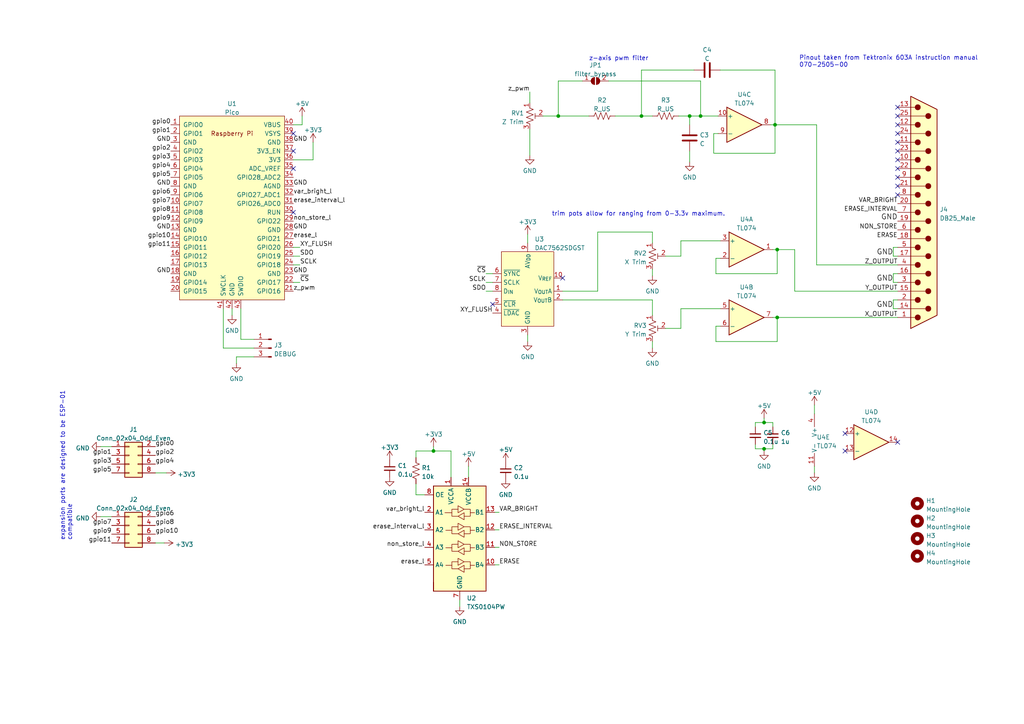
<source format=kicad_sch>
(kicad_sch (version 20211123) (generator eeschema)
  (paper "A4")
  (lib_symbols
    (symbol "Amplifier_Operational:TL074" (pin_names (offset 0.127))
      (property "Reference" "U" (at 0 5.08 0))
      (property "Value" "TL074" (at 0 -5.08 0))
      (symbol "TL074_1_1"
        (polyline (pts (xy -5.08 5.08) (xy 5.08 0) (xy -5.08 -5.08) (xy -5.08 5.08)) (stroke (width 0.254)) (fill (type background)))
        (pin output line (at 7.62 0 180) (length 2.54) (name "~") (number "1"))
        (pin input line (at -7.62 -2.54 0) (length 2.54) (name "-") (number "2"))
        (pin input line (at -7.62 2.54 0) (length 2.54) (name "+") (number "3"))
      )
      (symbol "TL074_2_1"
        (polyline (pts (xy -5.08 5.08) (xy 5.08 0) (xy -5.08 -5.08) (xy -5.08 5.08)) (stroke (width 0.254)) (fill (type background)))
        (pin input line (at -7.62 2.54 0) (length 2.54) (name "+") (number "5"))
        (pin input line (at -7.62 -2.54 0) (length 2.54) (name "-") (number "6"))
        (pin output line (at 7.62 0 180) (length 2.54) (name "~") (number "7"))
      )
      (symbol "TL074_3_1"
        (polyline (pts (xy -5.08 5.08) (xy 5.08 0) (xy -5.08 -5.08) (xy -5.08 5.08)) (stroke (width 0.254)) (fill (type background)))
        (pin input line (at -7.62 2.54 0) (length 2.54) (name "+") (number "10"))
        (pin output line (at 7.62 0 180) (length 2.54) (name "~") (number "8"))
        (pin input line (at -7.62 -2.54 0) (length 2.54) (name "-") (number "9"))
      )
      (symbol "TL074_4_1"
        (polyline (pts (xy -5.08 5.08) (xy 5.08 0) (xy -5.08 -5.08) (xy -5.08 5.08)) (stroke (width 0.254)) (fill (type background)))
        (pin input line (at -7.62 2.54 0) (length 2.54) (name "+") (number "12"))
        (pin input line (at -7.62 -2.54 0) (length 2.54) (name "-") (number "13"))
        (pin output line (at 7.62 0 180) (length 2.54) (name "~") (number "14"))
      )
      (symbol "TL074_5_1"
        (pin power_in line (at -2.54 -7.62 90) (length 3.81) (name "V-") (number "11"))
        (pin power_in line (at -2.54 7.62 270) (length 3.81) (name "V+") (number "4"))
      )
    )
    (symbol "Connector:Conn_01x03_Male" (pin_names (offset 1.016) hide)
      (property "Reference" "J" (at 0 5.08 0))
      (property "Value" "Conn_01x03_Male" (at 0 -5.08 0))
      (symbol "Conn_01x03_Male_1_1"
        (polyline (pts (xy 1.27 -2.54) (xy 0.8636 -2.54)) (stroke (width 0.1524)))
        (polyline (pts (xy 1.27 0) (xy 0.8636 0)) (stroke (width 0.1524)))
        (polyline (pts (xy 1.27 2.54) (xy 0.8636 2.54)) (stroke (width 0.1524)))
        (rectangle (start 0.8636 -2.413) (end 0 -2.667) (stroke (width 0.1524)) (fill (type outline)))
        (rectangle (start 0.8636 0.127) (end 0 -0.127) (stroke (width 0.1524)) (fill (type outline)))
        (rectangle (start 0.8636 2.667) (end 0 2.413) (stroke (width 0.1524)) (fill (type outline)))
        (pin passive line (at 5.08 2.54 180) (length 3.81) (name "Pin_1") (number "1"))
        (pin passive line (at 5.08 0 180) (length 3.81) (name "Pin_2") (number "2"))
        (pin passive line (at 5.08 -2.54 180) (length 3.81) (name "Pin_3") (number "3"))
      )
    )
    (symbol "Connector:DB25_Male" (pin_names (offset 1.016) hide)
      (property "Reference" "J" (at 0 34.29 0))
      (property "Value" "DB25_Male" (at 0 -34.925 0))
      (symbol "DB25_Male_0_1"
        (circle (center -1.778 -30.48) (radius 0.762) (fill (type outline)))
        (circle (center -1.778 -25.4) (radius 0.762) (fill (type outline)))
        (circle (center -1.778 -20.32) (radius 0.762) (fill (type outline)))
        (circle (center -1.778 -15.24) (radius 0.762) (fill (type outline)))
        (circle (center -1.778 -10.16) (radius 0.762) (fill (type outline)))
        (circle (center -1.778 -5.08) (radius 0.762) (fill (type outline)))
        (circle (center -1.778 0) (radius 0.762) (fill (type outline)))
        (circle (center -1.778 5.08) (radius 0.762) (fill (type outline)))
        (circle (center -1.778 10.16) (radius 0.762) (fill (type outline)))
        (circle (center -1.778 15.24) (radius 0.762) (fill (type outline)))
        (circle (center -1.778 20.32) (radius 0.762) (fill (type outline)))
        (circle (center -1.778 25.4) (radius 0.762) (fill (type outline)))
        (circle (center -1.778 30.48) (radius 0.762) (fill (type outline)))
        (polyline (pts (xy -3.81 -30.48) (xy -2.54 -30.48)))
        (polyline (pts (xy -3.81 -27.94) (xy 0.508 -27.94)))
        (polyline (pts (xy -3.81 -25.4) (xy -2.54 -25.4)))
        (polyline (pts (xy -3.81 -22.86) (xy 0.508 -22.86)))
        (polyline (pts (xy -3.81 -20.32) (xy -2.54 -20.32)))
        (polyline (pts (xy -3.81 -17.78) (xy 0.508 -17.78)))
        (polyline (pts (xy -3.81 -15.24) (xy -2.54 -15.24)))
        (polyline (pts (xy -3.81 -12.7) (xy 0.508 -12.7)))
        (polyline (pts (xy -3.81 -10.16) (xy -2.54 -10.16)))
        (polyline (pts (xy -3.81 -7.62) (xy 0.508 -7.62)))
        (polyline (pts (xy -3.81 -5.08) (xy -2.54 -5.08)))
        (polyline (pts (xy -3.81 -2.54) (xy 0.508 -2.54)))
        (polyline (pts (xy -3.81 0) (xy -2.54 0)))
        (polyline (pts (xy -3.81 2.54) (xy 0.508 2.54)))
        (polyline (pts (xy -3.81 5.08) (xy -2.54 5.08)))
        (polyline (pts (xy -3.81 7.62) (xy 0.508 7.62)))
        (polyline (pts (xy -3.81 10.16) (xy -2.54 10.16)))
        (polyline (pts (xy -3.81 12.7) (xy 0.508 12.7)))
        (polyline (pts (xy -3.81 15.24) (xy -2.54 15.24)))
        (polyline (pts (xy -3.81 17.78) (xy 0.508 17.78)))
        (polyline (pts (xy -3.81 20.32) (xy -2.54 20.32)))
        (polyline (pts (xy -3.81 22.86) (xy 0.508 22.86)))
        (polyline (pts (xy -3.81 25.4) (xy -2.54 25.4)))
        (polyline (pts (xy -3.81 27.94) (xy 0.508 27.94)))
        (polyline (pts (xy -3.81 30.48) (xy -2.54 30.48)))
        (polyline (pts (xy -3.81 -33.655) (xy 3.81 -29.845) (xy 3.81 29.845) (xy -3.81 33.655) (xy -3.81 -33.655)) (stroke (width 0.254)) (fill (type background)))
        (circle (center 1.27 -27.94) (radius 0.762) (fill (type outline)))
        (circle (center 1.27 -22.86) (radius 0.762) (fill (type outline)))
        (circle (center 1.27 -17.78) (radius 0.762) (fill (type outline)))
        (circle (center 1.27 -12.7) (radius 0.762) (fill (type outline)))
        (circle (center 1.27 -7.62) (radius 0.762) (fill (type outline)))
        (circle (center 1.27 -2.54) (radius 0.762) (fill (type outline)))
        (circle (center 1.27 2.54) (radius 0.762) (fill (type outline)))
        (circle (center 1.27 7.62) (radius 0.762) (fill (type outline)))
        (circle (center 1.27 12.7) (radius 0.762) (fill (type outline)))
        (circle (center 1.27 17.78) (radius 0.762) (fill (type outline)))
        (circle (center 1.27 22.86) (radius 0.762) (fill (type outline)))
        (circle (center 1.27 27.94) (radius 0.762) (fill (type outline)))
      )
      (symbol "DB25_Male_1_1"
        (pin passive line (at -7.62 -30.48 0) (length 3.81) (name "1") (number "1"))
        (pin passive line (at -7.62 15.24 0) (length 3.81) (name "10") (number "10"))
        (pin passive line (at -7.62 20.32 0) (length 3.81) (name "11") (number "11"))
        (pin passive line (at -7.62 25.4 0) (length 3.81) (name "12") (number "12"))
        (pin passive line (at -7.62 30.48 0) (length 3.81) (name "13") (number "13"))
        (pin passive line (at -7.62 -27.94 0) (length 3.81) (name "P14") (number "14"))
        (pin passive line (at -7.62 -22.86 0) (length 3.81) (name "P15") (number "15"))
        (pin passive line (at -7.62 -17.78 0) (length 3.81) (name "P16") (number "16"))
        (pin passive line (at -7.62 -12.7 0) (length 3.81) (name "P17") (number "17"))
        (pin passive line (at -7.62 -7.62 0) (length 3.81) (name "P18") (number "18"))
        (pin passive line (at -7.62 -2.54 0) (length 3.81) (name "P19") (number "19"))
        (pin passive line (at -7.62 -25.4 0) (length 3.81) (name "2") (number "2"))
        (pin passive line (at -7.62 2.54 0) (length 3.81) (name "P20") (number "20"))
        (pin passive line (at -7.62 7.62 0) (length 3.81) (name "P21") (number "21"))
        (pin passive line (at -7.62 12.7 0) (length 3.81) (name "P22") (number "22"))
        (pin passive line (at -7.62 17.78 0) (length 3.81) (name "P23") (number "23"))
        (pin passive line (at -7.62 22.86 0) (length 3.81) (name "P24") (number "24"))
        (pin passive line (at -7.62 27.94 0) (length 3.81) (name "P25") (number "25"))
        (pin passive line (at -7.62 -20.32 0) (length 3.81) (name "3") (number "3"))
        (pin passive line (at -7.62 -15.24 0) (length 3.81) (name "4") (number "4"))
        (pin passive line (at -7.62 -10.16 0) (length 3.81) (name "5") (number "5"))
        (pin passive line (at -7.62 -5.08 0) (length 3.81) (name "6") (number "6"))
        (pin passive line (at -7.62 0 0) (length 3.81) (name "7") (number "7"))
        (pin passive line (at -7.62 5.08 0) (length 3.81) (name "8") (number "8"))
        (pin passive line (at -7.62 10.16 0) (length 3.81) (name "9") (number "9"))
      )
    )
    (symbol "Connector_Generic:Conn_02x04_Odd_Even" (pin_names (offset 1.016) hide)
      (property "Reference" "J" (at 1.27 5.08 0))
      (property "Value" "Conn_02x04_Odd_Even" (at 1.27 -7.62 0))
      (symbol "Conn_02x04_Odd_Even_1_1"
        (rectangle (start -1.27 -4.953) (end 0 -5.207) (stroke (width 0.1524)))
        (rectangle (start -1.27 -2.413) (end 0 -2.667) (stroke (width 0.1524)))
        (rectangle (start -1.27 0.127) (end 0 -0.127) (stroke (width 0.1524)))
        (rectangle (start -1.27 2.667) (end 0 2.413) (stroke (width 0.1524)))
        (rectangle (start -1.27 3.81) (end 3.81 -6.35) (stroke (width 0.254)) (fill (type background)))
        (rectangle (start 3.81 -4.953) (end 2.54 -5.207) (stroke (width 0.1524)))
        (rectangle (start 3.81 -2.413) (end 2.54 -2.667) (stroke (width 0.1524)))
        (rectangle (start 3.81 0.127) (end 2.54 -0.127) (stroke (width 0.1524)))
        (rectangle (start 3.81 2.667) (end 2.54 2.413) (stroke (width 0.1524)))
        (pin passive line (at -5.08 2.54 0) (length 3.81) (name "Pin_1") (number "1"))
        (pin passive line (at 7.62 2.54 180) (length 3.81) (name "Pin_2") (number "2"))
        (pin passive line (at -5.08 0 0) (length 3.81) (name "Pin_3") (number "3"))
        (pin passive line (at 7.62 0 180) (length 3.81) (name "Pin_4") (number "4"))
        (pin passive line (at -5.08 -2.54 0) (length 3.81) (name "Pin_5") (number "5"))
        (pin passive line (at 7.62 -2.54 180) (length 3.81) (name "Pin_6") (number "6"))
        (pin passive line (at -5.08 -5.08 0) (length 3.81) (name "Pin_7") (number "7"))
        (pin passive line (at 7.62 -5.08 180) (length 3.81) (name "Pin_8") (number "8"))
      )
    )
    (symbol "Device:C" (pin_numbers hide) (pin_names (offset 0.254))
      (property "Reference" "C" (at 0.635 2.54 0))
      (property "Value" "C" (at 0.635 -2.54 0))
      (symbol "C_0_1"
        (polyline (pts (xy -2.032 -0.762) (xy 2.032 -0.762)) (stroke (width 0.508)))
        (polyline (pts (xy -2.032 0.762) (xy 2.032 0.762)) (stroke (width 0.508)))
      )
      (symbol "C_1_1"
        (pin passive line (at 0 3.81 270) (length 2.794) (name "~") (number "1"))
        (pin passive line (at 0 -3.81 90) (length 2.794) (name "~") (number "2"))
      )
    )
    (symbol "Device:C_Small" (pin_numbers hide) (pin_names (offset 0.254) hide)
      (property "Reference" "C" (at 0.254 1.778 0))
      (property "Value" "C_Small" (at 0.254 -2.032 0))
      (symbol "C_Small_0_1"
        (polyline (pts (xy -1.524 -0.508) (xy 1.524 -0.508)) (stroke (width 0.3302)))
        (polyline (pts (xy -1.524 0.508) (xy 1.524 0.508)) (stroke (width 0.3048)))
      )
      (symbol "C_Small_1_1"
        (pin passive line (at 0 2.54 270) (length 2.032) (name "~") (number "1"))
        (pin passive line (at 0 -2.54 90) (length 2.032) (name "~") (number "2"))
      )
    )
    (symbol "Device:R_Potentiometer_Trim_US" (pin_names (offset 1.016) hide)
      (property "Reference" "RV" (at -4.445 0 90))
      (property "Value" "R_Potentiometer_Trim_US" (at -2.54 0 90))
      (symbol "R_Potentiometer_Trim_US_0_1"
        (polyline (pts (xy 0 -2.286) (xy 0 -2.54)))
        (polyline (pts (xy 0 2.286) (xy 0 2.54)))
        (polyline (pts (xy 1.524 0.762) (xy 1.524 -0.762)))
        (polyline (pts (xy 2.54 0) (xy 1.524 0)))
        (polyline (pts (xy 0 -0.762) (xy 1.016 -1.143) (xy 0 -1.524) (xy -1.016 -1.905) (xy 0 -2.286)))
        (polyline (pts (xy 0 0.762) (xy 1.016 0.381) (xy 0 0) (xy -1.016 -0.381) (xy 0 -0.762)))
        (polyline (pts (xy 0 2.286) (xy 1.016 1.905) (xy 0 1.524) (xy -1.016 1.143) (xy 0 0.762)))
      )
      (symbol "R_Potentiometer_Trim_US_1_1"
        (pin passive line (at 0 3.81 270) (length 1.27) (name "1") (number "1"))
        (pin passive line (at 3.81 0 180) (length 1.27) (name "2") (number "2"))
        (pin passive line (at 0 -3.81 90) (length 1.27) (name "3") (number "3"))
      )
    )
    (symbol "Device:R_US" (pin_numbers hide) (pin_names (offset 0))
      (property "Reference" "R" (at 2.54 0 90))
      (property "Value" "R_US" (at -2.54 0 90))
      (symbol "R_US_0_1"
        (polyline (pts (xy 0 -2.286) (xy 0 -2.54)))
        (polyline (pts (xy 0 2.286) (xy 0 2.54)))
        (polyline (pts (xy 0 -0.762) (xy 1.016 -1.143) (xy 0 -1.524) (xy -1.016 -1.905) (xy 0 -2.286)))
        (polyline (pts (xy 0 0.762) (xy 1.016 0.381) (xy 0 0) (xy -1.016 -0.381) (xy 0 -0.762)))
        (polyline (pts (xy 0 2.286) (xy 1.016 1.905) (xy 0 1.524) (xy -1.016 1.143) (xy 0 0.762)))
      )
      (symbol "R_US_1_1"
        (pin passive line (at 0 3.81 270) (length 1.27) (name "~") (number "1"))
        (pin passive line (at 0 -3.81 90) (length 1.27) (name "~") (number "2"))
      )
    )
    (symbol "Jumper:SolderJumper_2_Open" (pin_names (offset 0) hide)
      (property "Reference" "JP" (at 0 2.032 0))
      (property "Value" "SolderJumper_2_Open" (at 0 -2.54 0))
      (symbol "SolderJumper_2_Open_0_1"
        (arc (start -0.254 1.016) (mid -1.27 0) (end -0.254 -1.016))
        (arc (start -0.254 1.016) (mid -1.27 0) (end -0.254 -1.016) (fill (type outline)))
        (polyline (pts (xy -0.254 1.016) (xy -0.254 -1.016)))
        (polyline (pts (xy 0.254 1.016) (xy 0.254 -1.016)))
        (arc (start 0.254 -1.016) (mid 1.27 0) (end 0.254 1.016))
        (arc (start 0.254 -1.016) (mid 1.27 0) (end 0.254 1.016) (fill (type outline)))
      )
      (symbol "SolderJumper_2_Open_1_1"
        (pin passive line (at -3.81 0 0) (length 2.54) (name "A") (number "1"))
        (pin passive line (at 3.81 0 180) (length 2.54) (name "B") (number "2"))
      )
    )
    (symbol "Mechanical:MountingHole" (pin_names (offset 1.016))
      (property "Reference" "H" (at 0 5.08 0))
      (property "Value" "MountingHole" (at 0 3.175 0))
      (symbol "MountingHole_0_1"
        (circle (center 0 0) (radius 1.27) (stroke (width 1.27)))
      )
    )
    (symbol "picotronix:DAC7562SDGST"
      (property "Reference" "U" (at 6.35 -12.7 0))
      (property "Value" "DAC7562SDGST" (at 8.89 11.43 0))
      (symbol "DAC7562SDGST_0_1"
        (rectangle (start -7.62 10.16) (end 7.62 -11.43) (stroke (width 0.1524)) (fill (type background)))
      )
      (symbol "DAC7562SDGST_1_1"
        (pin output line (at 10.16 -1.27 180) (length 2.54) (name "V_{OUT}A") (number "1"))
        (pin bidirectional line (at 10.16 2.54 180) (length 2.54) (name "V_{REF}") (number "10"))
        (pin output line (at 10.16 -3.81 180) (length 2.54) (name "V_{OUT}B") (number "2"))
        (pin power_in line (at 0 -13.97 90) (length 2.54) (name "GND") (number "3"))
        (pin input line (at -10.16 -7.62 0) (length 2.54) (name "~{LDAC}") (number "4"))
        (pin input line (at -10.16 -5.08 0) (length 2.54) (name "~{CLR}") (number "5"))
        (pin input line (at -10.16 3.81 0) (length 2.54) (name "~{SYNC}") (number "6"))
        (pin input line (at -10.16 1.27 0) (length 2.54) (name "SCLK") (number "7"))
        (pin input line (at -10.16 -1.27 0) (length 2.54) (name "D_{IN}") (number "8"))
        (pin power_in line (at 0 12.7 270) (length 2.54) (name "AV_{DD}") (number "9"))
      )
    )
    (symbol "picotronix:Pico" (pin_names (offset 1.016))
      (property "Reference" "U" (at -13.97 27.94 0))
      (property "Value" "Pico" (at 0 19.05 0))
      (symbol "Pico_0_0"
        (text "Raspberry Pi" (at 0 21.59 0) (effects (font (size 1.27 1.27))))
      )
      (symbol "Pico_0_1"
        (rectangle (start -15.24 26.67) (end 15.24 -26.67) (fill (type background)))
      )
      (symbol "Pico_1_1"
        (pin bidirectional line (at -17.78 24.13 0) (length 2.54) (name "GPIO0") (number "1"))
        (pin bidirectional line (at -17.78 1.27 0) (length 2.54) (name "GPIO7") (number "10"))
        (pin bidirectional line (at -17.78 -1.27 0) (length 2.54) (name "GPIO8") (number "11"))
        (pin bidirectional line (at -17.78 -3.81 0) (length 2.54) (name "GPIO9") (number "12"))
        (pin power_in line (at -17.78 -6.35 0) (length 2.54) (name "GND") (number "13"))
        (pin bidirectional line (at -17.78 -8.89 0) (length 2.54) (name "GPIO10") (number "14"))
        (pin bidirectional line (at -17.78 -11.43 0) (length 2.54) (name "GPIO11") (number "15"))
        (pin bidirectional line (at -17.78 -13.97 0) (length 2.54) (name "GPIO12") (number "16"))
        (pin bidirectional line (at -17.78 -16.51 0) (length 2.54) (name "GPIO13") (number "17"))
        (pin power_in line (at -17.78 -19.05 0) (length 2.54) (name "GND") (number "18"))
        (pin bidirectional line (at -17.78 -21.59 0) (length 2.54) (name "GPIO14") (number "19"))
        (pin bidirectional line (at -17.78 21.59 0) (length 2.54) (name "GPIO1") (number "2"))
        (pin bidirectional line (at -17.78 -24.13 0) (length 2.54) (name "GPIO15") (number "20"))
        (pin bidirectional line (at 17.78 -24.13 180) (length 2.54) (name "GPIO16") (number "21"))
        (pin bidirectional line (at 17.78 -21.59 180) (length 2.54) (name "GPIO17") (number "22"))
        (pin power_in line (at 17.78 -19.05 180) (length 2.54) (name "GND") (number "23"))
        (pin bidirectional line (at 17.78 -16.51 180) (length 2.54) (name "GPIO18") (number "24"))
        (pin bidirectional line (at 17.78 -13.97 180) (length 2.54) (name "GPIO19") (number "25"))
        (pin bidirectional line (at 17.78 -11.43 180) (length 2.54) (name "GPIO20") (number "26"))
        (pin bidirectional line (at 17.78 -8.89 180) (length 2.54) (name "GPIO21") (number "27"))
        (pin power_in line (at 17.78 -6.35 180) (length 2.54) (name "GND") (number "28"))
        (pin bidirectional line (at 17.78 -3.81 180) (length 2.54) (name "GPIO22") (number "29"))
        (pin power_in line (at -17.78 19.05 0) (length 2.54) (name "GND") (number "3"))
        (pin input line (at 17.78 -1.27 180) (length 2.54) (name "RUN") (number "30"))
        (pin bidirectional line (at 17.78 1.27 180) (length 2.54) (name "GPIO26_ADC0") (number "31"))
        (pin bidirectional line (at 17.78 3.81 180) (length 2.54) (name "GPIO27_ADC1") (number "32"))
        (pin power_in line (at 17.78 6.35 180) (length 2.54) (name "AGND") (number "33"))
        (pin bidirectional line (at 17.78 8.89 180) (length 2.54) (name "GPIO28_ADC2") (number "34"))
        (pin unspecified line (at 17.78 11.43 180) (length 2.54) (name "ADC_VREF") (number "35"))
        (pin unspecified line (at 17.78 13.97 180) (length 2.54) (name "3V3") (number "36"))
        (pin input line (at 17.78 16.51 180) (length 2.54) (name "3V3_EN") (number "37"))
        (pin bidirectional line (at 17.78 19.05 180) (length 2.54) (name "GND") (number "38"))
        (pin unspecified line (at 17.78 21.59 180) (length 2.54) (name "VSYS") (number "39"))
        (pin bidirectional line (at -17.78 16.51 0) (length 2.54) (name "GPIO2") (number "4"))
        (pin unspecified line (at 17.78 24.13 180) (length 2.54) (name "VBUS") (number "40"))
        (pin input line (at -2.54 -29.21 90) (length 2.54) (name "SWCLK") (number "41"))
        (pin power_in line (at 0 -29.21 90) (length 2.54) (name "GND") (number "42"))
        (pin bidirectional line (at 2.54 -29.21 90) (length 2.54) (name "SWDIO") (number "43"))
        (pin bidirectional line (at -17.78 13.97 0) (length 2.54) (name "GPIO3") (number "5"))
        (pin bidirectional line (at -17.78 11.43 0) (length 2.54) (name "GPIO4") (number "6"))
        (pin bidirectional line (at -17.78 8.89 0) (length 2.54) (name "GPIO5") (number "7"))
        (pin power_in line (at -17.78 6.35 0) (length 2.54) (name "GND") (number "8"))
        (pin bidirectional line (at -17.78 3.81 0) (length 2.54) (name "GPIO6") (number "9"))
      )
    )
    (symbol "picotronix:TXS0104PW"
      (property "Reference" "U" (at -6.35 16.51 0))
      (property "Value" "TXS0104PW" (at 3.81 16.51 0))
      (symbol "TXS0104PW_0_1"
        (rectangle (start -7.62 -15.24) (end -7.62 -12.7) (stroke (width 0.254)))
        (rectangle (start -7.62 15.24) (end 7.62 -15.24) (stroke (width 0.254)) (fill (type background)))
        (polyline (pts (xy -2.286 -7.747) (xy -2.286 -6.731) (xy -0.508 -6.731)))
        (polyline (pts (xy -2.286 -2.667) (xy -2.286 -1.651) (xy -0.508 -1.651)))
        (polyline (pts (xy -2.286 2.413) (xy -2.286 3.429) (xy -0.508 3.429)))
        (polyline (pts (xy -2.286 7.493) (xy -2.286 8.509) (xy -0.508 8.509)))
        (polyline (pts (xy 3.048 -7.747) (xy 3.048 -8.763) (xy 1.27 -8.763)))
        (polyline (pts (xy 3.048 -2.667) (xy 3.048 -3.683) (xy 1.27 -3.683)))
        (polyline (pts (xy 3.048 2.413) (xy 3.048 1.397) (xy 1.27 1.397)))
        (polyline (pts (xy 3.048 7.493) (xy 3.048 6.477) (xy 1.27 6.477)))
        (polyline (pts (xy -0.508 -8.763) (xy -2.286 -8.763) (xy -2.286 -7.747) (xy -4.064 -7.747)))
        (polyline (pts (xy -0.508 -8.763) (xy 1.27 -7.747) (xy 1.27 -9.779) (xy -0.508 -8.763)))
        (polyline (pts (xy -0.508 -3.683) (xy -2.286 -3.683) (xy -2.286 -2.667) (xy -4.064 -2.667)))
        (polyline (pts (xy -0.508 -3.683) (xy 1.27 -2.667) (xy 1.27 -4.699) (xy -0.508 -3.683)))
        (polyline (pts (xy -0.508 1.397) (xy -2.286 1.397) (xy -2.286 2.413) (xy -4.064 2.413)))
        (polyline (pts (xy -0.508 1.397) (xy 1.27 2.413) (xy 1.27 0.381) (xy -0.508 1.397)))
        (polyline (pts (xy -0.508 6.477) (xy -2.286 6.477) (xy -2.286 7.493) (xy -4.318 7.493)))
        (polyline (pts (xy -0.508 6.477) (xy 1.27 7.493) (xy 1.27 5.461) (xy -0.508 6.477)))
        (polyline (pts (xy 1.27 -6.731) (xy -0.508 -7.747) (xy -0.508 -5.715) (xy 1.27 -6.731)))
        (polyline (pts (xy 1.27 -6.731) (xy 3.048 -6.731) (xy 3.048 -7.747) (xy 4.318 -7.747)))
        (polyline (pts (xy 1.27 -1.651) (xy -0.508 -2.667) (xy -0.508 -0.635) (xy 1.27 -1.651)))
        (polyline (pts (xy 1.27 -1.651) (xy 3.048 -1.651) (xy 3.048 -2.667) (xy 4.318 -2.667)))
        (polyline (pts (xy 1.27 3.429) (xy -0.508 2.413) (xy -0.508 4.445) (xy 1.27 3.429)))
        (polyline (pts (xy 1.27 3.429) (xy 3.048 3.429) (xy 3.048 2.413) (xy 4.318 2.413)))
        (polyline (pts (xy 1.27 8.509) (xy -0.508 7.493) (xy -0.508 9.525) (xy 1.27 8.509)))
        (polyline (pts (xy 1.27 8.509) (xy 3.048 8.509) (xy 3.048 7.493) (xy 4.318 7.493)))
      )
      (symbol "TXS0104PW_1_1"
        (pin power_in line (at -2.54 17.78 270) (length 2.54) (name "VCCA") (number "1"))
        (pin bidirectional line (at 10.16 -7.62 180) (length 2.54) (name "B4") (number "10"))
        (pin bidirectional line (at 10.16 -2.54 180) (length 2.54) (name "B3") (number "11"))
        (pin bidirectional line (at 10.16 2.54 180) (length 2.54) (name "B2") (number "12"))
        (pin bidirectional line (at 10.16 7.62 180) (length 2.54) (name "B1") (number "13"))
        (pin power_in line (at 2.54 17.78 270) (length 2.54) (name "VCCB") (number "14"))
        (pin bidirectional line (at -10.16 7.62 0) (length 2.54) (name "A1") (number "2"))
        (pin bidirectional line (at -10.16 2.54 0) (length 2.54) (name "A2") (number "3"))
        (pin bidirectional line (at -10.16 -2.54 0) (length 2.54) (name "A3") (number "4"))
        (pin bidirectional line (at -10.16 -7.62 0) (length 2.54) (name "A4") (number "5"))
        (pin no_connect line (at -10.16 -12.7 0) (length 2.54) hide (name "NC") (number "6"))
        (pin power_in line (at 0 -17.78 90) (length 2.54) (name "GND") (number "7"))
        (pin input line (at -10.16 12.7 0) (length 2.54) (name "OE") (number "8"))
        (pin no_connect line (at 10.16 -12.7 180) (length 2.54) hide (name "NC") (number "9"))
      )
    )
    (symbol "power:+3V3" (power) (pin_names (offset 0))
      (property "Value" "+3V3" (at 0 3.556 0))
      (symbol "+3V3_0_1"
        (polyline (pts (xy -0.762 1.27) (xy 0 2.54)))
        (polyline (pts (xy 0 0) (xy 0 2.54)))
        (polyline (pts (xy 0 2.54) (xy 0.762 1.27)))
      )
      (symbol "+3V3_1_1"
        (pin power_in line (at 0 0 90) (length 0) hide (name "+3V3") (number "1"))
      )
    )
    (symbol "power:+5V" (power) (pin_names (offset 0))
      (property "Value" "+5V" (at 0 3.556 0))
      (symbol "+5V_0_1"
        (polyline (pts (xy -0.762 1.27) (xy 0 2.54)))
        (polyline (pts (xy 0 0) (xy 0 2.54)))
        (polyline (pts (xy 0 2.54) (xy 0.762 1.27)))
      )
      (symbol "+5V_1_1"
        (pin power_in line (at 0 0 90) (length 0) hide (name "+5V") (number "1"))
      )
    )
    (symbol "power:GND" (power) (pin_names (offset 0))
      (property "Value" "GND" (at 0 -3.81 0))
      (symbol "GND_0_1"
        (polyline (pts (xy 0 0) (xy 0 -1.27) (xy 1.27 -1.27) (xy 0 -2.54) (xy -1.27 -1.27) (xy 0 -1.27)))
      )
      (symbol "GND_1_1"
        (pin power_in line (at 0 0 270) (length 0) hide (name "GND") (number "1"))
      )
    )
  )
  (junction (at 225.425 72.39))
  (junction (at 221.615 122.555))
  (junction (at 203.2 33.655))
  (junction (at 200.025 33.655))
  (junction (at 186.055 33.655))
  (junction (at 221.615 130.175))
  (junction (at 225.425 92.075))
  (junction (at 161.925 33.655))
  (junction (at 125.73 130.81))
  (junction (at 224.79 36.195))
  (no_connect (at 260.35 48.895))
  (no_connect (at 260.35 51.435))
  (no_connect (at 85.09 61.595))
  (no_connect (at 260.35 43.815))
  (no_connect (at 260.35 33.655))
  (no_connect (at 260.35 56.515))
  (no_connect (at 260.35 38.735))
  (no_connect (at 85.09 38.735))
  (no_connect (at 260.35 53.975))
  (no_connect (at 85.09 43.815))
  (no_connect (at 163.195 80.645))
  (no_connect (at 85.09 48.895))
  (no_connect (at 245.11 125.73))
  (no_connect (at 260.35 128.27))
  (no_connect (at 245.11 130.81))
  (no_connect (at 260.35 46.355))
  (no_connect (at 260.35 31.115))
  (no_connect (at 260.35 41.275))
  (no_connect (at 142.875 88.265))
  (no_connect (at 260.35 36.195))
  (wire (pts (xy 221.615 130.175) (xy 221.615 130.81)))
  (wire (pts (xy 189.23 67.31) (xy 189.23 70.485)))
  (wire (pts (xy 207.645 99.06) (xy 207.645 94.615)))
  (wire (pts (xy 197.485 89.535) (xy 197.485 95.25)))
  (wire (pts (xy 153.67 37.465) (xy 153.67 45.085)))
  (wire (pts (xy 143.51 148.59) (xy 144.78 148.59)))
  (wire (pts (xy 224.155 123.825) (xy 224.155 122.555)))
  (wire (pts (xy 236.855 76.835) (xy 260.35 76.835)))
  (wire (pts (xy 259.08 71.755) (xy 259.08 74.295)))
  (wire (pts (xy 225.425 72.39) (xy 225.425 79.375)))
  (wire (pts (xy 221.615 121.285) (xy 221.615 122.555)))
  (wire (pts (xy 120.65 132.715) (xy 120.65 130.81)))
  (wire (pts (xy 161.925 33.655) (xy 170.815 33.655)))
  (wire (pts (xy 197.485 95.25) (xy 193.04 95.25)))
  (wire (pts (xy 120.65 130.81) (xy 125.73 130.81)))
  (wire (pts (xy 197.485 74.295) (xy 197.485 69.85)))
  (wire (pts (xy 133.35 173.99) (xy 133.35 175.895)))
  (wire (pts (xy 140.97 79.375) (xy 142.875 79.375)))
  (wire (pts (xy 224.155 122.555) (xy 221.615 122.555)))
  (wire (pts (xy 120.65 143.51) (xy 120.65 140.335)))
  (wire (pts (xy 73.66 100.965) (xy 64.77 100.965)))
  (wire (pts (xy 29.21 129.54) (xy 32.385 129.54)))
  (wire (pts (xy 85.09 74.295) (xy 86.995 74.295)))
  (wire (pts (xy 221.615 130.175) (xy 224.155 130.175)))
  (wire (pts (xy 173.355 84.455) (xy 173.355 67.31)))
  (wire (pts (xy 157.48 33.655) (xy 161.925 33.655)))
  (wire (pts (xy 85.09 71.755) (xy 86.995 71.755)))
  (wire (pts (xy 153.67 26.67) (xy 153.67 29.845)))
  (wire (pts (xy 85.09 46.355) (xy 90.805 46.355)))
  (wire (pts (xy 219.075 122.555) (xy 219.075 123.825)))
  (wire (pts (xy 207.01 44.45) (xy 207.01 38.735)))
  (wire (pts (xy 225.425 92.075) (xy 260.35 92.075)))
  (wire (pts (xy 168.91 23.495) (xy 161.925 23.495)))
  (wire (pts (xy 200.025 33.655) (xy 203.2 33.655)))
  (wire (pts (xy 193.04 74.295) (xy 197.485 74.295)))
  (wire (pts (xy 45.085 157.48) (xy 47.625 157.48)))
  (wire (pts (xy 64.77 89.535) (xy 64.77 100.965)))
  (wire (pts (xy 73.66 103.505) (xy 68.58 103.505)))
  (wire (pts (xy 224.155 128.905) (xy 224.155 130.175)))
  (wire (pts (xy 223.52 36.195) (xy 224.79 36.195)))
  (wire (pts (xy 259.08 81.915) (xy 260.35 81.915)))
  (wire (pts (xy 68.58 103.505) (xy 68.58 105.41)))
  (wire (pts (xy 197.485 89.535) (xy 208.915 89.535)))
  (wire (pts (xy 225.425 92.075) (xy 225.425 99.06)))
  (wire (pts (xy 140.97 81.915) (xy 142.875 81.915)))
  (wire (pts (xy 208.915 69.85) (xy 197.485 69.85)))
  (wire (pts (xy 67.31 89.535) (xy 67.31 91.44)))
  (wire (pts (xy 221.615 122.555) (xy 219.075 122.555)))
  (wire (pts (xy 260.35 79.375) (xy 259.08 79.375)))
  (wire (pts (xy 135.89 135.255) (xy 135.89 138.43)))
  (wire (pts (xy 45.085 137.16) (xy 48.26 137.16)))
  (wire (pts (xy 69.85 98.425) (xy 73.66 98.425)))
  (wire (pts (xy 224.79 20.32) (xy 224.79 36.195)))
  (wire (pts (xy 173.355 67.31) (xy 189.23 67.31)))
  (wire (pts (xy 225.425 72.39) (xy 230.505 72.39)))
  (wire (pts (xy 189.23 99.06) (xy 189.23 100.965)))
  (wire (pts (xy 125.73 129.54) (xy 125.73 130.81)))
  (wire (pts (xy 85.09 36.195) (xy 87.63 36.195)))
  (wire (pts (xy 225.425 99.06) (xy 207.645 99.06)))
  (wire (pts (xy 224.155 72.39) (xy 225.425 72.39)))
  (wire (pts (xy 207.645 74.93) (xy 208.915 74.93)))
  (wire (pts (xy 259.08 79.375) (xy 259.08 81.915)))
  (wire (pts (xy 260.35 71.755) (xy 259.08 71.755)))
  (wire (pts (xy 236.22 135.255) (xy 236.22 137.16)))
  (wire (pts (xy 230.505 84.455) (xy 260.35 84.455)))
  (wire (pts (xy 90.805 41.275) (xy 90.805 46.355)))
  (wire (pts (xy 163.195 86.995) (xy 189.23 86.995)))
  (wire (pts (xy 189.23 86.995) (xy 189.23 91.44)))
  (wire (pts (xy 143.51 153.67) (xy 144.78 153.67)))
  (wire (pts (xy 224.79 36.195) (xy 236.855 36.195)))
  (wire (pts (xy 225.425 92.075) (xy 224.155 92.075)))
  (wire (pts (xy 153.035 67.945) (xy 153.035 70.485)))
  (wire (pts (xy 29.21 149.86) (xy 32.385 149.86)))
  (wire (pts (xy 207.01 38.735) (xy 208.28 38.735)))
  (wire (pts (xy 219.075 130.175) (xy 221.615 130.175)))
  (wire (pts (xy 224.79 44.45) (xy 207.01 44.45)))
  (wire (pts (xy 125.73 130.81) (xy 130.81 130.81)))
  (wire (pts (xy 161.925 23.495) (xy 161.925 33.655)))
  (wire (pts (xy 207.645 94.615) (xy 208.915 94.615)))
  (wire (pts (xy 203.2 33.655) (xy 203.2 23.495)))
  (wire (pts (xy 163.195 84.455) (xy 173.355 84.455)))
  (wire (pts (xy 176.53 23.495) (xy 203.2 23.495)))
  (wire (pts (xy 130.81 130.81) (xy 130.81 138.43)))
  (wire (pts (xy 230.505 72.39) (xy 230.505 84.455)))
  (wire (pts (xy 259.08 89.535) (xy 260.35 89.535)))
  (wire (pts (xy 143.51 158.75) (xy 144.78 158.75)))
  (wire (pts (xy 201.295 20.32) (xy 186.055 20.32)))
  (wire (pts (xy 196.85 33.655) (xy 200.025 33.655)))
  (wire (pts (xy 69.85 89.535) (xy 69.85 98.425)))
  (wire (pts (xy 153.035 97.155) (xy 153.035 99.06)))
  (wire (pts (xy 85.09 76.835) (xy 86.995 76.835)))
  (wire (pts (xy 208.915 20.32) (xy 224.79 20.32)))
  (wire (pts (xy 259.08 74.295) (xy 260.35 74.295)))
  (wire (pts (xy 200.025 43.815) (xy 200.025 46.99)))
  (wire (pts (xy 219.075 128.905) (xy 219.075 130.175)))
  (wire (pts (xy 189.23 78.105) (xy 189.23 80.01)))
  (wire (pts (xy 236.22 117.475) (xy 236.22 120.015)))
  (wire (pts (xy 224.79 36.195) (xy 224.79 44.45)))
  (wire (pts (xy 178.435 33.655) (xy 186.055 33.655)))
  (wire (pts (xy 236.855 36.195) (xy 236.855 76.835)))
  (wire (pts (xy 260.35 86.995) (xy 259.08 86.995)))
  (wire (pts (xy 207.645 79.375) (xy 207.645 74.93)))
  (wire (pts (xy 143.51 163.83) (xy 144.78 163.83)))
  (wire (pts (xy 225.425 79.375) (xy 207.645 79.375)))
  (wire (pts (xy 87.63 33.655) (xy 87.63 36.195)))
  (wire (pts (xy 259.08 86.995) (xy 259.08 89.535)))
  (wire (pts (xy 186.055 33.655) (xy 189.23 33.655)))
  (wire (pts (xy 85.09 81.915) (xy 86.995 81.915)))
  (wire (pts (xy 200.025 33.655) (xy 200.025 36.195)))
  (wire (pts (xy 186.055 20.32) (xy 186.055 33.655)))
  (wire (pts (xy 140.97 84.455) (xy 142.875 84.455)))
  (wire (pts (xy 123.19 143.51) (xy 120.65 143.51)))
  (wire (pts (xy 203.2 33.655) (xy 208.28 33.655)))
  (text "Pinout taken from Tektronix 603A instruction manual\n070-2505-00\n" (at 231.775 19.685 0) (effects (font (size 1.27 1.27)) (justify left bottom)))
  (text "z-axis pwm filter\n" (at 170.815 17.78 0) (effects (font (size 1.27 1.27)) (justify left bottom)))
  (text "expansion ports are designed to be ESP-01\ncompatible\n" (at 20.955 156.845 90) (effects (font (size 1.27 1.27)) (justify left bottom)))
  (text "trim pots allow for ranging from 0-3.3v maximum.\n" (at 160.02 62.865 0) (effects (font (size 1.27 1.27)) (justify left bottom)))
  (label "erase_interval_l" (at 123.19 153.67 180))
  (label "ERASE" (at 260.35 69.215 180))
  (label "X_OUTPUT" (at 260.35 92.075 180))
  (label "gpio3" (at 32.385 134.62 180))
  (label "~{CS}" (at 86.995 81.915 0))
  (label "gpio11" (at 49.53 71.755 180))
  (label "gpio10" (at 45.085 154.94 0))
  (label "gpio0" (at 49.53 36.195 180))
  (label "GND" (at 85.09 66.675 0))
  (label "gpio11" (at 32.385 157.48 180))
  (label "gpio7" (at 49.53 59.055 180))
  (label "GND" (at 49.53 41.275 180))
  (label "gpio0" (at 45.085 129.54 0))
  (label "GND" (at 259.08 81.915 180) (effects (font (size 1.524 1.524))))
  (label "var_bright_l" (at 123.19 148.59 180))
  (label "gpio4" (at 45.085 134.62 0))
  (label "gpio10" (at 49.53 69.215 180))
  (label "gpio9" (at 32.385 154.94 180))
  (label "gpio5" (at 49.53 51.435 180))
  (label "gpio8" (at 45.085 152.4 0))
  (label "VAR_BRIGHT" (at 260.35 59.055 180))
  (label "SCLK" (at 140.97 81.915 180))
  (label "z_pwm" (at 85.09 84.455 0))
  (label "gpio2" (at 45.085 132.08 0))
  (label "SCLK" (at 86.995 76.835 0))
  (label "ERASE_INTERVAL" (at 260.35 61.595 180))
  (label "NON_STORE" (at 260.35 66.675 180))
  (label "gpio6" (at 49.53 56.515 180))
  (label "XY_FLUSH" (at 142.875 90.805 180))
  (label "~{CS}" (at 140.97 79.375 180))
  (label "gpio7" (at 32.385 152.4 180))
  (label "GND" (at 85.09 79.375 0))
  (label "GND" (at 260.35 64.135 180) (effects (font (size 1.524 1.524))))
  (label "gpio3" (at 49.53 46.355 180))
  (label "gpio8" (at 49.53 61.595 180))
  (label "gpio6" (at 45.085 149.86 0))
  (label "non_store_l" (at 85.09 64.135 0))
  (label "GND" (at 259.08 89.535 180) (effects (font (size 1.524 1.524))))
  (label "Z_OUTPUT" (at 260.35 76.835 180))
  (label "erase_interval_l" (at 85.09 59.055 0))
  (label "erase_l" (at 85.09 69.215 0))
  (label "var_bright_l" (at 85.09 56.515 0))
  (label "ERASE_INTERVAL" (at 144.78 153.67 0))
  (label "gpio1" (at 32.385 132.08 180))
  (label "GND" (at 49.53 66.675 180))
  (label "non_store_l" (at 123.19 158.75 180))
  (label "gpio2" (at 49.53 43.815 180))
  (label "GND" (at 49.53 53.975 180))
  (label "SDO" (at 86.995 74.295 0))
  (label "gpio4" (at 49.53 48.895 180))
  (label "GND" (at 85.09 41.275 0))
  (label "erase_l" (at 123.19 163.83 180))
  (label "z_pwm" (at 153.67 26.67 180))
  (label "gpio9" (at 49.53 64.135 180))
  (label "VAR_BRIGHT" (at 144.78 148.59 0))
  (label "gpio5" (at 32.385 137.16 180))
  (label "Y_OUTPUT" (at 260.35 84.455 180))
  (label "GND" (at 259.08 74.295 180) (effects (font (size 1.524 1.524))))
  (label "ERASE" (at 144.78 163.83 0))
  (label "XY_FLUSH" (at 86.995 71.755 0))
  (label "SDO" (at 140.97 84.455 180))
  (label "GND" (at 85.09 53.975 0))
  (label "GND" (at 49.53 79.375 180))
  (label "NON_STORE" (at 144.78 158.75 0))
  (label "gpio1" (at 49.53 38.735 180))
  (symbol (lib_id "Device:R_Potentiometer_Trim_US") (at 153.67 33.655 0) (unit 1)
    (property "Reference" "RV1" (at 152.019 32.8203 0) (effects (justify right)))
    (property "Value" "Z Trim" (at 152.019 35.3572 0) (effects (justify right)))
    (property "Footprint" "Potentiometer_SMD:Potentiometer_Bourns_TC33X_Vertical" (effects hide))
  )
  (symbol (lib_id "Mechanical:MountingHole") (at 266.065 146.05 0) (unit 1)
    (property "Reference" "H1" (at 268.605 145.2153 0) (effects (justify left)))
    (property "Value" "MountingHole" (at 268.605 147.7522 0) (effects (justify left)))
    (property "Footprint" "MountingHole:MountingHole_3.2mm_M3" (effects hide))
  )
  (symbol (lib_id "Device:R_Potentiometer_Trim_US") (at 189.23 74.295 0) (unit 1)
    (property "Reference" "RV2" (at 187.579 73.4603 0) (effects (justify right)))
    (property "Value" "X Trim" (at 187.579 75.9972 0) (effects (justify right)))
    (property "Footprint" "Potentiometer_SMD:Potentiometer_Bourns_TC33X_Vertical" (effects hide))
  )
  (symbol (lib_id "power:GND") (at 153.67 45.085 0) (unit 1)
    (property "Reference" "#PWR0114" (effects hide))
    (property "Value" "GND" (at 153.67 49.5284 0))
  )
  (symbol (lib_id "power:GND") (at 153.035 99.06 0) (unit 1)
    (property "Reference" "#PWR0111" (effects hide))
    (property "Value" "GND" (at 153.035 103.5034 0))
  )
  (symbol (lib_id "power:GND") (at 221.615 130.81 0) (unit 1)
    (property "Reference" "#PWR0116" (effects hide))
    (property "Value" "GND" (at 221.615 135.2534 0))
  )
  (symbol (lib_id "power:+3V3") (at 125.73 129.54 0) (unit 1)
    (property "Reference" "#PWR0124" (effects hide))
    (property "Value" "+3V3" (at 125.73 125.9642 0))
  )
  (symbol (lib_id "Connector_Generic:Conn_02x04_Odd_Even") (at 37.465 132.08 0) (unit 1)
    (property "Reference" "J1" (at 38.735 124.5702 0))
    (property "Value" "Conn_02x04_Odd_Even" (at 38.735 127.1071 0))
    (property "Footprint" "Connector_PinSocket_2.54mm:PinSocket_2x04_P2.54mm_Vertical" (effects hide))
  )
  (symbol (lib_id "Connector:DB25_Male") (at 267.97 61.595 0) (unit 1)
    (property "Reference" "J4" (at 272.542 60.7603 0) (effects (justify left)))
    (property "Value" "DB25_Male" (at 272.542 63.2972 0) (effects (justify left)))
    (property "Footprint" "Connector_Dsub:DSUB-25_Male_Horizontal_P2.77x2.54mm_EdgePinOffset9.40mm" (effects hide))
    (property "Datasheet" "https://w140.com/tekwiki/images/1/17/070-2505-00.pdf" (effects hide))
  )
  (symbol (lib_id "power:+5V") (at 135.89 135.255 0) (unit 1)
    (property "Reference" "#PWR0122" (effects hide))
    (property "Value" "+5V" (at 135.89 131.6792 0))
  )
  (symbol (lib_id "Jumper:SolderJumper_2_Open") (at 172.72 23.495 0) (unit 1)
    (property "Reference" "JP1" (at 172.72 18.9062 0))
    (property "Value" "filter_bypass" (at 172.72 21.4431 0))
    (property "Footprint" "Jumper:SolderJumper-2_P1.3mm_Open_Pad1.0x1.5mm" (effects hide))
  )
  (symbol (lib_id "Device:R_US") (at 174.625 33.655 90) (unit 1)
    (property "Reference" "R2" (at 174.625 29.0662 90))
    (property "Value" "R_US" (at 174.625 31.6031 90))
    (property "Footprint" "Resistor_SMD:R_0603_1608Metric_Pad0.98x0.95mm_HandSolder" (effects hide))
  )
  (symbol (lib_id "power:+5V") (at 87.63 33.655 0) (unit 1)
    (property "Reference" "#PWR0112" (effects hide))
    (property "Value" "+5V" (at 87.63 30.0792 0))
  )
  (symbol (lib_id "power:GND") (at 189.23 80.01 0) (unit 1)
    (property "Reference" "#PWR0101" (effects hide))
    (property "Value" "GND" (at 189.23 84.4534 0))
  )
  (symbol (lib_id "Device:R_US") (at 120.65 136.525 180) (unit 1)
    (property "Reference" "R1" (at 122.301 135.6903 0) (effects (justify right)))
    (property "Value" "10k" (at 122.301 138.2272 0) (effects (justify right)))
    (property "Footprint" "Resistor_SMD:R_0603_1608Metric_Pad0.98x0.95mm_HandSolder" (effects hide))
  )
  (symbol (lib_id "Device:C_Small") (at 146.685 136.525 0) (unit 1)
    (property "Reference" "C2" (at 149.0091 135.6966 0) (effects (justify left)))
    (property "Value" "0.1u" (at 149.0091 138.2335 0) (effects (justify left)))
    (property "Footprint" "Capacitor_SMD:C_0603_1608Metric_Pad1.08x0.95mm_HandSolder" (effects hide))
  )
  (symbol (lib_id "Amplifier_Operational:TL074") (at 216.535 72.39 0) (unit 1)
    (property "Reference" "U4" (at 216.535 63.6102 0))
    (property "Value" "TL074" (at 216.535 66.1471 0))
    (property "Footprint" "Package_SO:SOIC-14_3.9x8.7mm_P1.27mm" (effects hide))
    (property "Datasheet" "http://www.ti.com/lit/ds/symlink/tl071.pdf" (effects hide))
  )
  (symbol (lib_id "Device:R_Potentiometer_Trim_US") (at 189.23 95.25 0) (unit 1)
    (property "Reference" "RV3" (at 187.5791 94.4153 0) (effects (justify right)))
    (property "Value" "Y Trim" (at 187.5791 96.9522 0) (effects (justify right)))
    (property "Footprint" "Potentiometer_SMD:Potentiometer_Bourns_TC33X_Vertical" (effects hide))
  )
  (symbol (lib_id "power:+5V") (at 146.685 133.985 0) (unit 1)
    (property "Reference" "#PWR0123" (effects hide))
    (property "Value" "+5V" (at 146.685 130.4092 0))
  )
  (symbol (lib_id "picotronix:Pico") (at 67.31 60.325 0) (unit 1)
    (property "Reference" "U1" (at 67.31 30.0822 0))
    (property "Value" "Pico" (at 67.31 32.6191 0))
    (property "Footprint" "picotronix:RPi_Pico_SMD_TH" (effects hide))
  )
  (symbol (lib_id "power:+5V") (at 236.22 117.475 0) (unit 1)
    (property "Reference" "#PWR0118" (effects hide))
    (property "Value" "+5V" (at 236.22 113.8992 0))
  )
  (symbol (lib_id "Device:C_Small") (at 224.155 126.365 0) (unit 1)
    (property "Reference" "C6" (at 226.4791 125.5366 0) (effects (justify left)))
    (property "Value" "1u" (at 226.4791 128.0735 0) (effects (justify left)))
    (property "Footprint" "Capacitor_SMD:C_0603_1608Metric_Pad1.08x0.95mm_HandSolder" (effects hide))
  )
  (symbol (lib_id "power:GND") (at 200.025 46.99 0) (unit 1)
    (property "Reference" "#PWR0109" (effects hide))
    (property "Value" "GND" (at 200.025 51.4334 0))
  )
  (symbol (lib_id "Amplifier_Operational:TL074") (at 215.9 36.195 0) (unit 3)
    (property "Reference" "U4" (at 215.9 27.4152 0))
    (property "Value" "TL074" (at 215.9 29.9521 0))
    (property "Footprint" "Package_SO:SOIC-14_3.9x8.7mm_P1.27mm" (effects hide))
    (property "Datasheet" "http://www.ti.com/lit/ds/symlink/tl071.pdf" (effects hide))
  )
  (symbol (lib_id "Mechanical:MountingHole") (at 266.065 161.29 0) (unit 1)
    (property "Reference" "H4" (at 268.605 160.4553 0) (effects (justify left)))
    (property "Value" "MountingHole" (at 268.605 162.9922 0) (effects (justify left)))
    (property "Footprint" "MountingHole:MountingHole_3.2mm_M3" (effects hide))
  )
  (symbol (lib_id "Amplifier_Operational:TL074") (at 238.76 127.635 0) (unit 5)
    (property "Reference" "U4" (at 236.855 126.8003 0) (effects (justify left)))
    (property "Value" "TL074" (at 236.855 129.3372 0) (effects (justify left)))
    (property "Footprint" "Package_SO:SOIC-14_3.9x8.7mm_P1.27mm" (effects hide))
    (property "Datasheet" "http://www.ti.com/lit/ds/symlink/tl071.pdf" (effects hide))
  )
  (symbol (lib_id "Connector:Conn_01x03_Male") (at 78.74 100.965 0) (mirror y) (unit 1)
    (property "Reference" "J3" (at 79.4512 100.1303 0) (effects (justify right)))
    (property "Value" "DEBUG" (at 79.4512 102.6672 0) (effects (justify right)))
    (property "Footprint" "Connector_PinHeader_2.54mm:PinHeader_1x03_P2.54mm_Vertical" (effects hide))
  )
  (symbol (lib_id "Device:C") (at 200.025 40.005 180) (unit 1)
    (property "Reference" "C3" (at 202.946 39.1703 0) (effects (justify right)))
    (property "Value" "C" (at 202.946 41.7072 0) (effects (justify right)))
    (property "Footprint" "Capacitor_SMD:C_0603_1608Metric_Pad1.08x0.95mm_HandSolder" (effects hide))
  )
  (symbol (lib_id "Device:C") (at 205.105 20.32 90) (unit 1)
    (property "Reference" "C4" (at 205.105 14.4612 90))
    (property "Value" "C" (at 205.105 16.9981 90))
    (property "Footprint" "Capacitor_SMD:C_0603_1608Metric_Pad1.08x0.95mm_HandSolder" (effects hide))
  )
  (symbol (lib_id "Mechanical:MountingHole") (at 266.065 156.21 0) (unit 1)
    (property "Reference" "H3" (at 268.605 155.3753 0) (effects (justify left)))
    (property "Value" "MountingHole" (at 268.605 157.9122 0) (effects (justify left)))
    (property "Footprint" "MountingHole:MountingHole_3.2mm_M3" (effects hide))
  )
  (symbol (lib_id "power:GND") (at 236.22 137.16 0) (unit 1)
    (property "Reference" "#PWR0117" (effects hide))
    (property "Value" "GND" (at 236.22 141.6034 0))
  )
  (symbol (lib_id "Device:C_Small") (at 113.03 135.89 0) (unit 1)
    (property "Reference" "C1" (at 115.3541 135.0616 0) (effects (justify left)))
    (property "Value" "0.1u" (at 115.3541 137.5985 0) (effects (justify left)))
    (property "Footprint" "Capacitor_SMD:C_0603_1608Metric_Pad1.08x0.95mm_HandSolder" (effects hide))
  )
  (symbol (lib_id "Device:R_US") (at 193.04 33.655 90) (unit 1)
    (property "Reference" "R3" (at 193.04 29.0662 90))
    (property "Value" "R_US" (at 193.04 31.6031 90))
    (property "Footprint" "Resistor_SMD:R_0603_1608Metric_Pad0.98x0.95mm_HandSolder" (effects hide))
  )
  (symbol (lib_id "Amplifier_Operational:TL074") (at 216.535 92.075 0) (unit 2)
    (property "Reference" "U4" (at 216.535 83.2952 0))
    (property "Value" "TL074" (at 216.535 85.8321 0))
    (property "Footprint" "Package_SO:SOIC-14_3.9x8.7mm_P1.27mm" (effects hide))
    (property "Datasheet" "http://www.ti.com/lit/ds/symlink/tl071.pdf" (effects hide))
  )
  (symbol (lib_id "power:+3V3") (at 153.035 67.945 0) (unit 1)
    (property "Reference" "#PWR0115" (effects hide))
    (property "Value" "+3V3" (at 153.035 64.3692 0))
  )
  (symbol (lib_id "power:+3V3") (at 48.26 137.16 270) (unit 1)
    (property "Reference" "#PWR0108" (effects hide))
    (property "Value" "+3V3" (at 51.435 137.5938 90) (effects (justify left)))
  )
  (symbol (lib_id "power:+3V3") (at 47.625 157.48 270) (unit 1)
    (property "Reference" "#PWR0106" (effects hide))
    (property "Value" "+3V3" (at 50.8 157.9138 90) (effects (justify left)))
  )
  (symbol (lib_id "power:+3V3") (at 90.805 41.275 0) (unit 1)
    (property "Reference" "#PWR0113" (effects hide))
    (property "Value" "+3V3" (at 90.805 37.6992 0))
  )
  (symbol (lib_id "Connector_Generic:Conn_02x04_Odd_Even") (at 37.465 152.4 0) (unit 1)
    (property "Reference" "J2" (at 38.735 144.8902 0))
    (property "Value" "Conn_02x04_Odd_Even" (at 38.735 147.4271 0))
    (property "Footprint" "Connector_PinSocket_2.54mm:PinSocket_2x04_P2.54mm_Vertical" (effects hide))
  )
  (symbol (lib_id "Device:C_Small") (at 219.075 126.365 0) (unit 1)
    (property "Reference" "C5" (at 221.3991 125.5366 0) (effects (justify left)))
    (property "Value" "0.1u" (at 221.3991 128.0735 0) (effects (justify left)))
    (property "Footprint" "Capacitor_SMD:C_0603_1608Metric_Pad1.08x0.95mm_HandSolder" (effects hide))
  )
  (symbol (lib_id "power:GND") (at 67.31 91.44 0) (unit 1)
    (property "Reference" "#PWR0120" (effects hide))
    (property "Value" "GND" (at 67.31 95.8834 0))
  )
  (symbol (lib_id "power:GND") (at 189.23 100.965 0) (unit 1)
    (property "Reference" "#PWR0110" (effects hide))
    (property "Value" "GND" (at 189.23 105.4084 0))
  )
  (symbol (lib_id "picotronix:TXS0104PW") (at 133.35 156.21 0) (unit 1)
    (property "Reference" "U2" (at 135.3694 173.4804 0) (effects (justify left)))
    (property "Value" "TXS0104PW" (at 135.3694 176.0173 0) (effects (justify left)))
    (property "Footprint" "Package_SO:TSSOP-14_4.4x5mm_P0.65mm" (effects hide))
    (property "Datasheet" "http://www.ti.com/lit/ds/symlink/txs0104.pdf" (effects hide))
  )
  (symbol (lib_id "power:+3V3") (at 113.03 133.35 0) (unit 1)
    (property "Reference" "#PWR0102" (effects hide))
    (property "Value" "+3V3" (at 113.03 129.7742 0))
  )
  (symbol (lib_id "power:GND") (at 146.685 139.065 0) (unit 1)
    (property "Reference" "#PWR0121" (effects hide))
    (property "Value" "GND" (at 146.685 143.5084 0))
  )
  (symbol (lib_id "power:GND") (at 133.35 175.895 0) (unit 1)
    (property "Reference" "#PWR0125" (effects hide))
    (property "Value" "GND" (at 133.35 180.3384 0))
  )
  (symbol (lib_id "power:GND") (at 68.58 105.41 0) (unit 1)
    (property "Reference" "#PWR0104" (effects hide))
    (property "Value" "GND" (at 68.58 109.8534 0))
  )
  (symbol (lib_id "power:GND") (at 113.03 138.43 0) (unit 1)
    (property "Reference" "#PWR0103" (effects hide))
    (property "Value" "GND" (at 113.03 142.8734 0))
  )
  (symbol (lib_id "Amplifier_Operational:TL074") (at 252.73 128.27 0) (unit 4)
    (property "Reference" "U4" (at 252.73 119.4902 0))
    (property "Value" "TL074" (at 252.73 122.0271 0))
    (property "Footprint" "Package_SO:SOIC-14_3.9x8.7mm_P1.27mm" (effects hide))
    (property "Datasheet" "http://www.ti.com/lit/ds/symlink/tl071.pdf" (effects hide))
  )
  (symbol (lib_id "power:+5V") (at 221.615 121.285 0) (unit 1)
    (property "Reference" "#PWR0119" (effects hide))
    (property "Value" "+5V" (at 221.615 117.7092 0))
  )
  (symbol (lib_id "power:GND") (at 29.21 129.54 270) (unit 1)
    (property "Reference" "#PWR0105" (effects hide))
    (property "Value" "GND" (at 26.0351 129.9738 90) (effects (justify right)))
  )
  (symbol (lib_id "picotronix:DAC7562SDGST") (at 153.035 83.185 0) (unit 1)
    (property "Reference" "U3" (at 155.0544 69.376 0) (effects (justify left)))
    (property "Value" "DAC7562SDGST" (at 155.0544 71.9129 0) (effects (justify left)))
    (property "Footprint" "Package_SO:VSSOP-10_3x3mm_P0.5mm" (effects hide))
    (property "Datasheet" "https://www.ti.com/lit/ds/symlink/dac7562.pdf" (effects hide))
  )
  (symbol (lib_id "Mechanical:MountingHole") (at 266.065 151.13 0) (unit 1)
    (property "Reference" "H2" (at 268.605 150.2953 0) (effects (justify left)))
    (property "Value" "MountingHole" (at 268.605 152.8322 0) (effects (justify left)))
    (property "Footprint" "MountingHole:MountingHole_3.2mm_M3" (effects hide))
  )
  (symbol (lib_id "power:GND") (at 29.21 149.86 270) (unit 1)
    (property "Reference" "#PWR0107" (effects hide))
    (property "Value" "GND" (at 26.0351 150.2938 90) (effects (justify right)))
  )
)
</source>
